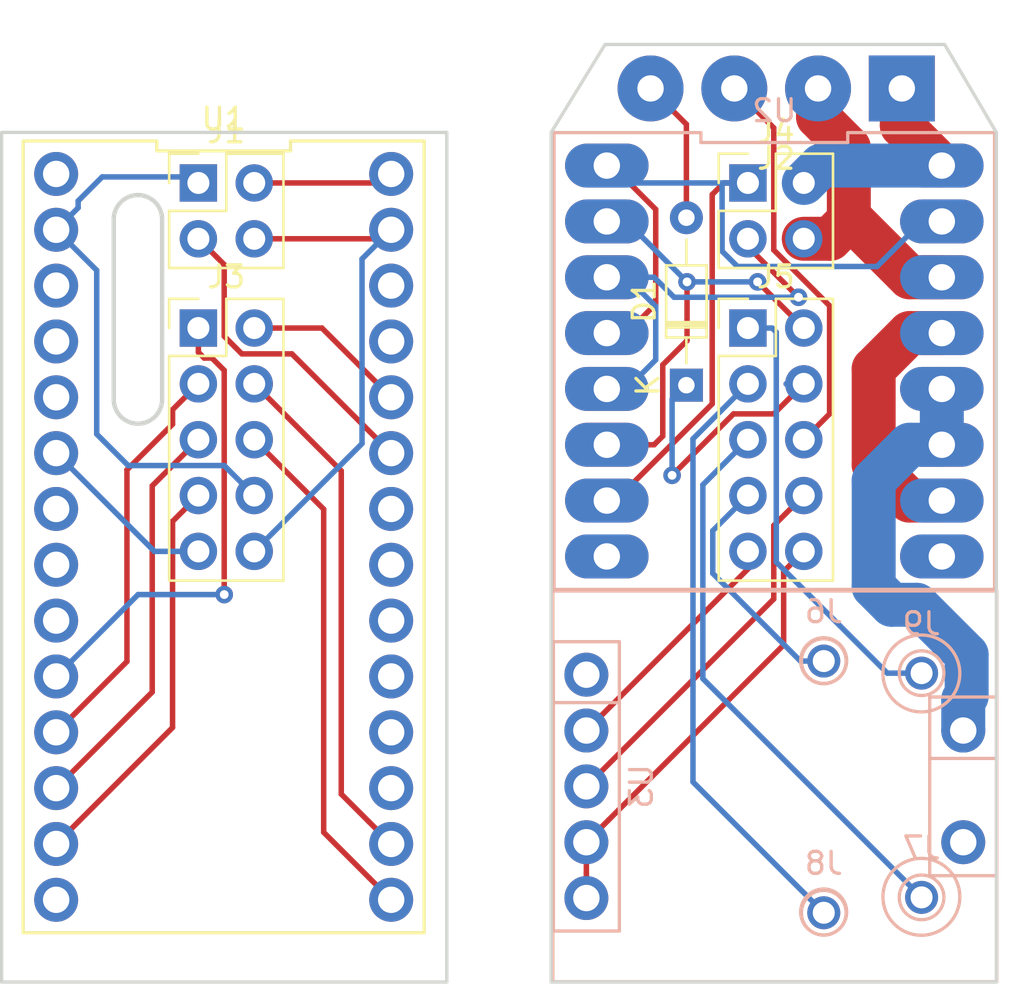
<source format=kicad_pcb>
(kicad_pcb (version 20171130) (host pcbnew 5.0.2+dfsg1-1)

  (general
    (thickness 1.6)
    (drawings 14)
    (tracks 177)
    (zones 0)
    (modules 13)
    (nets 50)
  )

  (page A4)
  (layers
    (0 F.Cu signal)
    (31 B.Cu signal)
    (32 B.Adhes user)
    (33 F.Adhes user)
    (34 B.Paste user)
    (35 F.Paste user)
    (36 B.SilkS user)
    (37 F.SilkS user)
    (38 B.Mask user)
    (39 F.Mask user)
    (40 Dwgs.User user)
    (41 Cmts.User user)
    (42 Eco1.User user)
    (43 Eco2.User user)
    (44 Edge.Cuts user)
    (45 Margin user)
    (46 B.CrtYd user)
    (47 F.CrtYd user)
    (48 B.Fab user)
    (49 F.Fab user)
  )

  (setup
    (last_trace_width 0.25)
    (trace_clearance 0.2)
    (zone_clearance 0.508)
    (zone_45_only no)
    (trace_min 0.2)
    (segment_width 0.2)
    (edge_width 0.2)
    (via_size 0.8)
    (via_drill 0.4)
    (via_min_size 0.4)
    (via_min_drill 0.3)
    (uvia_size 0.3)
    (uvia_drill 0.1)
    (uvias_allowed no)
    (uvia_min_size 0.2)
    (uvia_min_drill 0.1)
    (pcb_text_width 0.3)
    (pcb_text_size 1.5 1.5)
    (mod_edge_width 0.15)
    (mod_text_size 1 1)
    (mod_text_width 0.15)
    (pad_size 1.524 1.524)
    (pad_drill 0.762)
    (pad_to_mask_clearance 0.051)
    (solder_mask_min_width 0.25)
    (aux_axis_origin 0 0)
    (visible_elements FFFFFF7F)
    (pcbplotparams
      (layerselection 0x010f0_ffffffff)
      (usegerberextensions false)
      (usegerberattributes false)
      (usegerberadvancedattributes false)
      (creategerberjobfile false)
      (excludeedgelayer true)
      (linewidth 0.100000)
      (plotframeref false)
      (viasonmask false)
      (mode 1)
      (useauxorigin false)
      (hpglpennumber 1)
      (hpglpenspeed 20)
      (hpglpendiameter 15.000000)
      (psnegative false)
      (psa4output false)
      (plotreference true)
      (plotvalue true)
      (plotinvisibletext false)
      (padsonsilk false)
      (subtractmaskfromsilk false)
      (outputformat 1)
      (mirror false)
      (drillshape 0)
      (scaleselection 1)
      (outputdirectory ""))
  )

  (net 0 "")
  (net 1 "Net-(U3-Pad1)")
  (net 2 +3V3)
  (net 3 GND)
  (net 4 "Net-(U2-Pad5)")
  (net 5 "Net-(J3-Pad2)")
  (net 6 +BATT)
  (net 7 "Net-(U1-Pad1)")
  (net 8 "Net-(U1-Pad26)")
  (net 9 "Net-(U1-Pad3)")
  (net 10 "Net-(U1-Pad25)")
  (net 11 "Net-(U1-Pad4)")
  (net 12 "Net-(U1-Pad5)")
  (net 13 "Net-(U1-Pad22)")
  (net 14 "Net-(U1-Pad7)")
  (net 15 "Net-(U1-Pad21)")
  (net 16 "Net-(U1-Pad8)")
  (net 17 "Net-(U1-Pad20)")
  (net 18 "Net-(U1-Pad9)")
  (net 19 "Net-(U1-Pad19)")
  (net 20 "Net-(J1-Pad3)")
  (net 21 "Net-(U1-Pad18)")
  (net 22 "Net-(J1-Pad4)")
  (net 23 "Net-(U1-Pad17)")
  (net 24 "Net-(D1-Pad1)")
  (net 25 "Net-(J2-Pad3)")
  (net 26 "Net-(U1-Pad14)")
  (net 27 "Net-(J3-Pad1)")
  (net 28 "Net-(U2-Pad9)")
  (net 29 "Net-(U2-Pad8)")
  (net 30 "Net-(D1-Pad2)")
  (net 31 "Net-(U3-Pad7)")
  (net 32 "Net-(J1-Pad2)")
  (net 33 "Net-(J3-Pad3)")
  (net 34 "Net-(J3-Pad4)")
  (net 35 "Net-(J3-Pad9)")
  (net 36 "Net-(J3-Pad5)")
  (net 37 "Net-(J5-Pad1)")
  (net 38 "Net-(U2-Pad4)")
  (net 39 "Net-(J5-Pad5)")
  (net 40 "Net-(J5-Pad3)")
  (net 41 "Net-(J5-Pad2)")
  (net 42 "Net-(J4-Pad3)")
  (net 43 "Net-(J3-Pad7)")
  (net 44 "Net-(J3-Pad6)")
  (net 45 "Net-(J5-Pad9)")
  (net 46 "Net-(J5-Pad7)")
  (net 47 "Net-(J1-Pad1)")
  (net 48 +3.3VP)
  (net 49 GNDPWR)

  (net_class Default "This is the default net class."
    (clearance 0.2)
    (trace_width 0.25)
    (via_dia 0.8)
    (via_drill 0.4)
    (uvia_dia 0.3)
    (uvia_drill 0.1)
    (add_net +3.3VP)
    (add_net +3V3)
    (add_net GND)
    (add_net "Net-(D1-Pad1)")
    (add_net "Net-(D1-Pad2)")
    (add_net "Net-(J1-Pad1)")
    (add_net "Net-(J1-Pad2)")
    (add_net "Net-(J1-Pad3)")
    (add_net "Net-(J1-Pad4)")
    (add_net "Net-(J2-Pad3)")
    (add_net "Net-(J3-Pad1)")
    (add_net "Net-(J3-Pad2)")
    (add_net "Net-(J3-Pad3)")
    (add_net "Net-(J3-Pad4)")
    (add_net "Net-(J3-Pad5)")
    (add_net "Net-(J3-Pad6)")
    (add_net "Net-(J3-Pad7)")
    (add_net "Net-(J3-Pad9)")
    (add_net "Net-(J4-Pad3)")
    (add_net "Net-(J5-Pad1)")
    (add_net "Net-(J5-Pad2)")
    (add_net "Net-(J5-Pad3)")
    (add_net "Net-(J5-Pad5)")
    (add_net "Net-(J5-Pad7)")
    (add_net "Net-(J5-Pad9)")
    (add_net "Net-(U1-Pad1)")
    (add_net "Net-(U1-Pad14)")
    (add_net "Net-(U1-Pad17)")
    (add_net "Net-(U1-Pad18)")
    (add_net "Net-(U1-Pad19)")
    (add_net "Net-(U1-Pad20)")
    (add_net "Net-(U1-Pad21)")
    (add_net "Net-(U1-Pad22)")
    (add_net "Net-(U1-Pad25)")
    (add_net "Net-(U1-Pad26)")
    (add_net "Net-(U1-Pad3)")
    (add_net "Net-(U1-Pad4)")
    (add_net "Net-(U1-Pad5)")
    (add_net "Net-(U1-Pad7)")
    (add_net "Net-(U1-Pad8)")
    (add_net "Net-(U1-Pad9)")
    (add_net "Net-(U2-Pad8)")
    (add_net "Net-(U2-Pad9)")
    (add_net "Net-(U3-Pad1)")
    (add_net "Net-(U3-Pad7)")
  )

  (net_class Power ""
    (clearance 0.2)
    (trace_width 2)
    (via_dia 2)
    (via_drill 0.8)
    (uvia_dia 0.3)
    (uvia_drill 0.1)
    (add_net +BATT)
    (add_net GNDPWR)
    (add_net "Net-(U2-Pad4)")
    (add_net "Net-(U2-Pad5)")
  )

  (module Connector_PinHeader_2.54mm:PinHeader_2x02_P2.54mm_Vertical (layer F.Cu) (tedit 59FED5CC) (tstamp 5D7102A8)
    (at 32.25 24.95)
    (descr "Through hole straight pin header, 2x02, 2.54mm pitch, double rows")
    (tags "Through hole pin header THT 2x02 2.54mm double row")
    (path /5D83791E)
    (fp_text reference J1 (at 1.27 -2.33) (layer F.SilkS)
      (effects (font (size 1 1) (thickness 0.15)))
    )
    (fp_text value Conn_02x02_Odd_Even (at 1.27 4.87) (layer F.Fab)
      (effects (font (size 1 1) (thickness 0.15)))
    )
    (fp_text user %R (at 1.27 1.27 90) (layer F.Fab)
      (effects (font (size 1 1) (thickness 0.15)))
    )
    (fp_line (start 4.35 -1.8) (end -1.8 -1.8) (layer F.CrtYd) (width 0.05))
    (fp_line (start 4.35 4.35) (end 4.35 -1.8) (layer F.CrtYd) (width 0.05))
    (fp_line (start -1.8 4.35) (end 4.35 4.35) (layer F.CrtYd) (width 0.05))
    (fp_line (start -1.8 -1.8) (end -1.8 4.35) (layer F.CrtYd) (width 0.05))
    (fp_line (start -1.33 -1.33) (end 0 -1.33) (layer F.SilkS) (width 0.12))
    (fp_line (start -1.33 0) (end -1.33 -1.33) (layer F.SilkS) (width 0.12))
    (fp_line (start 1.27 -1.33) (end 3.87 -1.33) (layer F.SilkS) (width 0.12))
    (fp_line (start 1.27 1.27) (end 1.27 -1.33) (layer F.SilkS) (width 0.12))
    (fp_line (start -1.33 1.27) (end 1.27 1.27) (layer F.SilkS) (width 0.12))
    (fp_line (start 3.87 -1.33) (end 3.87 3.87) (layer F.SilkS) (width 0.12))
    (fp_line (start -1.33 1.27) (end -1.33 3.87) (layer F.SilkS) (width 0.12))
    (fp_line (start -1.33 3.87) (end 3.87 3.87) (layer F.SilkS) (width 0.12))
    (fp_line (start -1.27 0) (end 0 -1.27) (layer F.Fab) (width 0.1))
    (fp_line (start -1.27 3.81) (end -1.27 0) (layer F.Fab) (width 0.1))
    (fp_line (start 3.81 3.81) (end -1.27 3.81) (layer F.Fab) (width 0.1))
    (fp_line (start 3.81 -1.27) (end 3.81 3.81) (layer F.Fab) (width 0.1))
    (fp_line (start 0 -1.27) (end 3.81 -1.27) (layer F.Fab) (width 0.1))
    (pad 4 thru_hole oval (at 2.54 2.54) (size 1.7 1.7) (drill 1) (layers *.Cu *.Mask)
      (net 22 "Net-(J1-Pad4)"))
    (pad 3 thru_hole oval (at 0 2.54) (size 1.7 1.7) (drill 1) (layers *.Cu *.Mask)
      (net 20 "Net-(J1-Pad3)"))
    (pad 2 thru_hole oval (at 2.54 0) (size 1.7 1.7) (drill 1) (layers *.Cu *.Mask)
      (net 32 "Net-(J1-Pad2)"))
    (pad 1 thru_hole rect (at 0 0) (size 1.7 1.7) (drill 1) (layers *.Cu *.Mask)
      (net 47 "Net-(J1-Pad1)"))
    (model ${KISYS3DMOD}/Connector_PinHeader_2.54mm.3dshapes/PinHeader_2x02_P2.54mm_Vertical.wrl
      (at (xyz 0 0 0))
      (scale (xyz 1 1 1))
      (rotate (xyz 0 0 0))
    )
  )

  (module Connector_Wire:SolderWirePad_1x01_Pad1.5mm_Drill1mm (layer B.Cu) (tedit 5D6A6CA3) (tstamp 5D7485DB)
    (at 65.15 47.25)
    (path /5D815687)
    (fp_text reference J9 (at 0 -2.25) (layer B.SilkS)
      (effects (font (size 1 1) (thickness 0.15)) (justify mirror))
    )
    (fp_text value Conn_01x01 (at 0 2.25) (layer B.Fab)
      (effects (font (size 1 1) (thickness 0.15)) (justify mirror))
    )
    (fp_circle (center 0 0) (end 1.143 -0.508) (layer B.CrtYd) (width 0.15))
    (fp_circle (center 0 0) (end 1.016 0) (layer B.SilkS) (width 0.15))
    (pad 1 thru_hole circle (at 0 0) (size 1.5 1.5) (drill 1) (layers *.Cu *.Mask)
      (net 37 "Net-(J5-Pad1)"))
  )

  (module Connector_Wire:SolderWirePad_1x01_Pad1.5mm_Drill1mm (layer B.Cu) (tedit 5D6A6CA3) (tstamp 5D7485D5)
    (at 60.7 58.15)
    (path /5D81111A)
    (fp_text reference J8 (at 0 -2.25) (layer B.SilkS)
      (effects (font (size 1 1) (thickness 0.15)) (justify mirror))
    )
    (fp_text value Conn_01x01 (at 0 2.25) (layer B.Fab)
      (effects (font (size 1 1) (thickness 0.15)) (justify mirror))
    )
    (fp_circle (center 0 0) (end 1.016 0) (layer B.SilkS) (width 0.15))
    (fp_circle (center 0 0) (end 1.143 -0.508) (layer B.CrtYd) (width 0.15))
    (pad 1 thru_hole circle (at 0 0) (size 1.5 1.5) (drill 1) (layers *.Cu *.Mask)
      (net 40 "Net-(J5-Pad3)"))
  )

  (module Connector_Wire:SolderWirePad_1x01_Pad1.5mm_Drill1mm (layer B.Cu) (tedit 5D6A6CA3) (tstamp 5D7485CF)
    (at 65.15 57.45)
    (path /5D80CBAF)
    (fp_text reference J7 (at 0 -2.25) (layer B.SilkS)
      (effects (font (size 1 1) (thickness 0.15)) (justify mirror))
    )
    (fp_text value Conn_01x01 (at 0 2.25) (layer B.Fab)
      (effects (font (size 1 1) (thickness 0.15)) (justify mirror))
    )
    (fp_circle (center 0 0) (end 1.143 -0.508) (layer B.CrtYd) (width 0.15))
    (fp_circle (center 0 0) (end 1.016 0) (layer B.SilkS) (width 0.15))
    (pad 1 thru_hole circle (at 0 0) (size 1.5 1.5) (drill 1) (layers *.Cu *.Mask)
      (net 39 "Net-(J5-Pad5)"))
  )

  (module Connector_Wire:SolderWirePad_1x01_Pad1.5mm_Drill1mm (layer B.Cu) (tedit 5D6A6CA3) (tstamp 5D7485C9)
    (at 60.7 46.7)
    (path /5D80CB38)
    (fp_text reference J6 (at 0 -2.25) (layer B.SilkS)
      (effects (font (size 1 1) (thickness 0.15)) (justify mirror))
    )
    (fp_text value Conn_01x01 (at 0 2.25) (layer B.Fab)
      (effects (font (size 1 1) (thickness 0.15)) (justify mirror))
    )
    (fp_circle (center 0 0) (end 1.016 0) (layer B.SilkS) (width 0.15))
    (fp_circle (center 0 0) (end 1.143 -0.508) (layer B.CrtYd) (width 0.15))
    (pad 1 thru_hole circle (at 0 0) (size 1.5 1.5) (drill 1) (layers *.Cu *.Mask)
      (net 46 "Net-(J5-Pad7)"))
  )

  (module Package_DIP:DIP-7_600_ELL (layer B.Cu) (tedit 5D6A669C) (tstamp 5D7170AC)
    (at 49.9 52.4 270)
    (path /5D66AD20)
    (fp_text reference U3 (at 0 -2.5 270) (layer B.SilkS)
      (effects (font (size 1 1) (thickness 0.15)) (justify mirror))
    )
    (fp_text value CurrentSensor (at 0 -4.445 270) (layer B.Fab)
      (effects (font (size 1 1) (thickness 0.15)) (justify mirror))
    )
    (fp_circle (center -5.715 -10.795) (end -4.699 -11.049) (layer B.SilkS) (width 0.15))
    (fp_circle (center 5.715 -10.795) (end 6.731 -11.049) (layer B.SilkS) (width 0.15))
    (fp_circle (center -5.135764 -15.24) (end -3.429 -14.859) (layer B.SilkS) (width 0.15))
    (fp_circle (center 5.024236 -15.24) (end 6.731 -14.859) (layer B.SilkS) (width 0.15))
    (fp_line (start -9.144 -18.923) (end -9.144 1.778) (layer B.CrtYd) (width 0.15))
    (fp_line (start 9.144 -18.923) (end -9.144 -18.923) (layer B.CrtYd) (width 0.15))
    (fp_line (start 9.144 1.778) (end 9.144 -18.923) (layer B.CrtYd) (width 0.15))
    (fp_line (start -9.144 1.778) (end 9.144 1.778) (layer B.CrtYd) (width 0.15))
    (fp_line (start -8.89 -18.669) (end -8.89 1.524) (layer B.SilkS) (width 0.15))
    (fp_line (start 8.89 -18.669) (end -8.89 -18.669) (layer B.SilkS) (width 0.15))
    (fp_line (start 8.89 1.524) (end 8.89 -18.669) (layer B.SilkS) (width 0.15))
    (fp_line (start -8.89 1.524) (end 8.89 1.524) (layer B.SilkS) (width 0.15))
    (fp_line (start 4.318 -18.923) (end -4.318 -18.923) (layer B.CrtYd) (width 0.05))
    (fp_line (start -4.318 -15.367) (end 4.318 -15.367) (layer B.CrtYd) (width 0.05))
    (fp_line (start 4.318 -15.367) (end 4.318 -18.923) (layer B.CrtYd) (width 0.05))
    (fp_line (start 4.064 -18.669) (end -4.064 -18.669) (layer B.SilkS) (width 0.15))
    (fp_line (start 4.064 -15.645) (end 4.064 -18.645) (layer B.SilkS) (width 0.15))
    (fp_line (start -4.064 -15.621) (end 4.064 -15.621) (layer B.SilkS) (width 0.15))
    (fp_line (start -1.27 -15.621) (end -1.27 -18.669) (layer B.SilkS) (width 0.15))
    (fp_line (start -4.064 -18.669) (end -4.064 -15.621) (layer B.SilkS) (width 0.15))
    (fp_line (start -4.318 -18.923) (end -4.318 -15.367) (layer B.CrtYd) (width 0.05))
    (fp_line (start -6.75 -1.65) (end -6.75 1.65) (layer B.CrtYd) (width 0.05))
    (fp_line (start 6.75 -1.65) (end -6.75 -1.65) (layer B.CrtYd) (width 0.05))
    (fp_line (start 6.75 1.65) (end 6.75 -1.65) (layer B.CrtYd) (width 0.05))
    (fp_line (start -6.75 1.65) (end 6.75 1.65) (layer B.CrtYd) (width 0.05))
    (fp_line (start -3.81 1.5) (end -3.81 -1.5) (layer B.SilkS) (width 0.15))
    (fp_line (start -6.58 -1.5) (end -6.58 1.5) (layer B.SilkS) (width 0.15))
    (fp_line (start 6.58 -1.5) (end -6.58 -1.5) (layer B.SilkS) (width 0.15))
    (fp_line (start 6.58 1.5) (end 6.58 -1.5) (layer B.SilkS) (width 0.15))
    (fp_line (start -6.58 1.5) (end 6.58 1.5) (layer B.SilkS) (width 0.15))
    (pad 7 thru_hole circle (at 2.54 -17.145 270) (size 2 2) (drill 1.2) (layers *.Cu *.Mask)
      (net 31 "Net-(U3-Pad7)"))
    (pad 6 thru_hole circle (at -2.54 -17.145 270) (size 2 2) (drill 1.2) (layers *.Cu *.Mask)
      (net 4 "Net-(U2-Pad5)"))
    (pad 5 thru_hole circle (at 5.08 0 270) (size 2 2) (drill 1.2) (layers *.Cu *.Mask)
      (net 3 GND))
    (pad 4 thru_hole circle (at 2.54 0 270) (size 2 2) (drill 1.2) (layers *.Cu *.Mask)
      (net 3 GND))
    (pad 3 thru_hole circle (at 0 0 270) (size 2 2) (drill 1.2) (layers *.Cu *.Mask)
      (net 2 +3V3))
    (pad 2 thru_hole circle (at -2.54 0 270) (size 2 2) (drill 1.2) (layers *.Cu *.Mask)
      (net 45 "Net-(J5-Pad9)"))
    (pad 1 thru_hole circle (at -5.08 0 270) (size 2 2) (drill 1.2) (layers *.Cu *.Mask)
      (net 1 "Net-(U3-Pad1)"))
  )

  (module Connector_PinHeader_2.54mm:PinHeader_2x02_P2.54mm_Vertical (layer F.Cu) (tedit 59FED5CC) (tstamp 5D748A68)
    (at 57.25 24.95)
    (descr "Through hole straight pin header, 2x02, 2.54mm pitch, double rows")
    (tags "Through hole pin header THT 2x02 2.54mm double row")
    (path /5D84BF83)
    (fp_text reference J4 (at 1.27 -2.33) (layer F.SilkS)
      (effects (font (size 1 1) (thickness 0.15)))
    )
    (fp_text value Conn_02x02_Odd_Even (at 1.27 4.87) (layer F.Fab)
      (effects (font (size 1 1) (thickness 0.15)))
    )
    (fp_text user %R (at 1.27 1.27 90) (layer F.Fab)
      (effects (font (size 1 1) (thickness 0.15)))
    )
    (fp_line (start 4.35 -1.8) (end -1.8 -1.8) (layer F.CrtYd) (width 0.05))
    (fp_line (start 4.35 4.35) (end 4.35 -1.8) (layer F.CrtYd) (width 0.05))
    (fp_line (start -1.8 4.35) (end 4.35 4.35) (layer F.CrtYd) (width 0.05))
    (fp_line (start -1.8 -1.8) (end -1.8 4.35) (layer F.CrtYd) (width 0.05))
    (fp_line (start -1.33 -1.33) (end 0 -1.33) (layer F.SilkS) (width 0.12))
    (fp_line (start -1.33 0) (end -1.33 -1.33) (layer F.SilkS) (width 0.12))
    (fp_line (start 1.27 -1.33) (end 3.87 -1.33) (layer F.SilkS) (width 0.12))
    (fp_line (start 1.27 1.27) (end 1.27 -1.33) (layer F.SilkS) (width 0.12))
    (fp_line (start -1.33 1.27) (end 1.27 1.27) (layer F.SilkS) (width 0.12))
    (fp_line (start 3.87 -1.33) (end 3.87 3.87) (layer F.SilkS) (width 0.12))
    (fp_line (start -1.33 1.27) (end -1.33 3.87) (layer F.SilkS) (width 0.12))
    (fp_line (start -1.33 3.87) (end 3.87 3.87) (layer F.SilkS) (width 0.12))
    (fp_line (start -1.27 0) (end 0 -1.27) (layer F.Fab) (width 0.1))
    (fp_line (start -1.27 3.81) (end -1.27 0) (layer F.Fab) (width 0.1))
    (fp_line (start 3.81 3.81) (end -1.27 3.81) (layer F.Fab) (width 0.1))
    (fp_line (start 3.81 -1.27) (end 3.81 3.81) (layer F.Fab) (width 0.1))
    (fp_line (start 0 -1.27) (end 3.81 -1.27) (layer F.Fab) (width 0.1))
    (pad 4 thru_hole oval (at 2.54 2.54) (size 1.7 1.7) (drill 1) (layers *.Cu *.Mask)
      (net 49 GNDPWR))
    (pad 3 thru_hole oval (at 0 2.54) (size 1.7 1.7) (drill 1) (layers *.Cu *.Mask)
      (net 42 "Net-(J4-Pad3)"))
    (pad 2 thru_hole oval (at 2.54 0) (size 1.7 1.7) (drill 1) (layers *.Cu *.Mask)
      (net 6 +BATT))
    (pad 1 thru_hole rect (at 0 0) (size 1.7 1.7) (drill 1) (layers *.Cu *.Mask)
      (net 48 +3.3VP))
    (model ${KISYS3DMOD}/Connector_PinHeader_2.54mm.3dshapes/PinHeader_2x02_P2.54mm_Vertical.wrl
      (at (xyz 0 0 0))
      (scale (xyz 1 1 1))
      (rotate (xyz 0 0 0))
    )
  )

  (module Connector_PinHeader_2.54mm:PinHeader_2x05_P2.54mm_Vertical (layer F.Cu) (tedit 59FED5CC) (tstamp 5D7102A7)
    (at 57.25 31.55)
    (descr "Through hole straight pin header, 2x05, 2.54mm pitch, double rows")
    (tags "Through hole pin header THT 2x05 2.54mm double row")
    (path /5D851177)
    (fp_text reference J5 (at 1.27 -2.33) (layer F.SilkS)
      (effects (font (size 1 1) (thickness 0.15)))
    )
    (fp_text value Conn_02x05_Odd_Even (at 1.27 12.49) (layer F.Fab)
      (effects (font (size 1 1) (thickness 0.15)))
    )
    (fp_text user %R (at 1.27 5.08 90) (layer F.Fab)
      (effects (font (size 1 1) (thickness 0.15)))
    )
    (fp_line (start 4.35 -1.8) (end -1.8 -1.8) (layer F.CrtYd) (width 0.05))
    (fp_line (start 4.35 11.95) (end 4.35 -1.8) (layer F.CrtYd) (width 0.05))
    (fp_line (start -1.8 11.95) (end 4.35 11.95) (layer F.CrtYd) (width 0.05))
    (fp_line (start -1.8 -1.8) (end -1.8 11.95) (layer F.CrtYd) (width 0.05))
    (fp_line (start -1.33 -1.33) (end 0 -1.33) (layer F.SilkS) (width 0.12))
    (fp_line (start -1.33 0) (end -1.33 -1.33) (layer F.SilkS) (width 0.12))
    (fp_line (start 1.27 -1.33) (end 3.87 -1.33) (layer F.SilkS) (width 0.12))
    (fp_line (start 1.27 1.27) (end 1.27 -1.33) (layer F.SilkS) (width 0.12))
    (fp_line (start -1.33 1.27) (end 1.27 1.27) (layer F.SilkS) (width 0.12))
    (fp_line (start 3.87 -1.33) (end 3.87 11.49) (layer F.SilkS) (width 0.12))
    (fp_line (start -1.33 1.27) (end -1.33 11.49) (layer F.SilkS) (width 0.12))
    (fp_line (start -1.33 11.49) (end 3.87 11.49) (layer F.SilkS) (width 0.12))
    (fp_line (start -1.27 0) (end 0 -1.27) (layer F.Fab) (width 0.1))
    (fp_line (start -1.27 11.43) (end -1.27 0) (layer F.Fab) (width 0.1))
    (fp_line (start 3.81 11.43) (end -1.27 11.43) (layer F.Fab) (width 0.1))
    (fp_line (start 3.81 -1.27) (end 3.81 11.43) (layer F.Fab) (width 0.1))
    (fp_line (start 0 -1.27) (end 3.81 -1.27) (layer F.Fab) (width 0.1))
    (pad 10 thru_hole oval (at 2.54 10.16) (size 1.7 1.7) (drill 1) (layers *.Cu *.Mask)
      (net 3 GND))
    (pad 9 thru_hole oval (at 0 10.16) (size 1.7 1.7) (drill 1) (layers *.Cu *.Mask)
      (net 45 "Net-(J5-Pad9)"))
    (pad 8 thru_hole oval (at 2.54 7.62) (size 1.7 1.7) (drill 1) (layers *.Cu *.Mask)
      (net 2 +3V3))
    (pad 7 thru_hole oval (at 0 7.62) (size 1.7 1.7) (drill 1) (layers *.Cu *.Mask)
      (net 46 "Net-(J5-Pad7)"))
    (pad 6 thru_hole oval (at 2.54 5.08) (size 1.7 1.7) (drill 1) (layers *.Cu *.Mask)
      (net 25 "Net-(J2-Pad3)"))
    (pad 5 thru_hole oval (at 0 5.08) (size 1.7 1.7) (drill 1) (layers *.Cu *.Mask)
      (net 39 "Net-(J5-Pad5)"))
    (pad 4 thru_hole oval (at 2.54 2.54) (size 1.7 1.7) (drill 1) (layers *.Cu *.Mask)
      (net 24 "Net-(D1-Pad1)"))
    (pad 3 thru_hole oval (at 0 2.54) (size 1.7 1.7) (drill 1) (layers *.Cu *.Mask)
      (net 40 "Net-(J5-Pad3)"))
    (pad 2 thru_hole oval (at 2.54 0) (size 1.7 1.7) (drill 1) (layers *.Cu *.Mask)
      (net 41 "Net-(J5-Pad2)"))
    (pad 1 thru_hole rect (at 0 0) (size 1.7 1.7) (drill 1) (layers *.Cu *.Mask)
      (net 37 "Net-(J5-Pad1)"))
    (model ${KISYS3DMOD}/Connector_PinHeader_2.54mm.3dshapes/PinHeader_2x05_P2.54mm_Vertical.wrl
      (at (xyz 0 0 0))
      (scale (xyz 1 1 1))
      (rotate (xyz 0 0 0))
    )
  )

  (module Connector_PinHeader_2.54mm:PinHeader_2x05_P2.54mm_Vertical (layer F.Cu) (tedit 59FED5CC) (tstamp 5D710269)
    (at 32.25 31.55)
    (descr "Through hole straight pin header, 2x05, 2.54mm pitch, double rows")
    (tags "Through hole pin header THT 2x05 2.54mm double row")
    (path /5D837975)
    (fp_text reference J3 (at 1.27 -2.33) (layer F.SilkS)
      (effects (font (size 1 1) (thickness 0.15)))
    )
    (fp_text value Conn_02x05_Odd_Even (at 1.27 12.49) (layer F.Fab)
      (effects (font (size 1 1) (thickness 0.15)))
    )
    (fp_text user %R (at 1.27 5.08 90) (layer F.Fab)
      (effects (font (size 1 1) (thickness 0.15)))
    )
    (fp_line (start 4.35 -1.8) (end -1.8 -1.8) (layer F.CrtYd) (width 0.05))
    (fp_line (start 4.35 11.95) (end 4.35 -1.8) (layer F.CrtYd) (width 0.05))
    (fp_line (start -1.8 11.95) (end 4.35 11.95) (layer F.CrtYd) (width 0.05))
    (fp_line (start -1.8 -1.8) (end -1.8 11.95) (layer F.CrtYd) (width 0.05))
    (fp_line (start -1.33 -1.33) (end 0 -1.33) (layer F.SilkS) (width 0.12))
    (fp_line (start -1.33 0) (end -1.33 -1.33) (layer F.SilkS) (width 0.12))
    (fp_line (start 1.27 -1.33) (end 3.87 -1.33) (layer F.SilkS) (width 0.12))
    (fp_line (start 1.27 1.27) (end 1.27 -1.33) (layer F.SilkS) (width 0.12))
    (fp_line (start -1.33 1.27) (end 1.27 1.27) (layer F.SilkS) (width 0.12))
    (fp_line (start 3.87 -1.33) (end 3.87 11.49) (layer F.SilkS) (width 0.12))
    (fp_line (start -1.33 1.27) (end -1.33 11.49) (layer F.SilkS) (width 0.12))
    (fp_line (start -1.33 11.49) (end 3.87 11.49) (layer F.SilkS) (width 0.12))
    (fp_line (start -1.27 0) (end 0 -1.27) (layer F.Fab) (width 0.1))
    (fp_line (start -1.27 11.43) (end -1.27 0) (layer F.Fab) (width 0.1))
    (fp_line (start 3.81 11.43) (end -1.27 11.43) (layer F.Fab) (width 0.1))
    (fp_line (start 3.81 -1.27) (end 3.81 11.43) (layer F.Fab) (width 0.1))
    (fp_line (start 0 -1.27) (end 3.81 -1.27) (layer F.Fab) (width 0.1))
    (pad 10 thru_hole oval (at 2.54 10.16) (size 1.7 1.7) (drill 1) (layers *.Cu *.Mask)
      (net 22 "Net-(J1-Pad4)"))
    (pad 9 thru_hole oval (at 0 10.16) (size 1.7 1.7) (drill 1) (layers *.Cu *.Mask)
      (net 35 "Net-(J3-Pad9)"))
    (pad 8 thru_hole oval (at 2.54 7.62) (size 1.7 1.7) (drill 1) (layers *.Cu *.Mask)
      (net 47 "Net-(J1-Pad1)"))
    (pad 7 thru_hole oval (at 0 7.62) (size 1.7 1.7) (drill 1) (layers *.Cu *.Mask)
      (net 43 "Net-(J3-Pad7)"))
    (pad 6 thru_hole oval (at 2.54 5.08) (size 1.7 1.7) (drill 1) (layers *.Cu *.Mask)
      (net 44 "Net-(J3-Pad6)"))
    (pad 5 thru_hole oval (at 0 5.08) (size 1.7 1.7) (drill 1) (layers *.Cu *.Mask)
      (net 36 "Net-(J3-Pad5)"))
    (pad 4 thru_hole oval (at 2.54 2.54) (size 1.7 1.7) (drill 1) (layers *.Cu *.Mask)
      (net 34 "Net-(J3-Pad4)"))
    (pad 3 thru_hole oval (at 0 2.54) (size 1.7 1.7) (drill 1) (layers *.Cu *.Mask)
      (net 33 "Net-(J3-Pad3)"))
    (pad 2 thru_hole oval (at 2.54 0) (size 1.7 1.7) (drill 1) (layers *.Cu *.Mask)
      (net 5 "Net-(J3-Pad2)"))
    (pad 1 thru_hole rect (at 0 0) (size 1.7 1.7) (drill 1) (layers *.Cu *.Mask)
      (net 27 "Net-(J3-Pad1)"))
    (model ${KISYS3DMOD}/Connector_PinHeader_2.54mm.3dshapes/PinHeader_2x05_P2.54mm_Vertical.wrl
      (at (xyz 0 0 0))
      (scale (xyz 1 1 1))
      (rotate (xyz 0 0 0))
    )
  )

  (module Diode_THT:D_DO-34_SOD68_P7.62mm_Horizontal (layer F.Cu) (tedit 5AE50CD5) (tstamp 5D71020B)
    (at 54.45 34.15 90)
    (descr "Diode, DO-34_SOD68 series, Axial, Horizontal, pin pitch=7.62mm, , length*diameter=3.04*1.6mm^2, , https://www.nxp.com/docs/en/data-sheet/KTY83_SER.pdf")
    (tags "Diode DO-34_SOD68 series Axial Horizontal pin pitch 7.62mm  length 3.04mm diameter 1.6mm")
    (path /5D66F4E1)
    (fp_text reference D1 (at 3.81 -1.92 90) (layer F.SilkS)
      (effects (font (size 1 1) (thickness 0.15)))
    )
    (fp_text value 1N4001 (at 3.81 1.92 90) (layer F.Fab)
      (effects (font (size 1 1) (thickness 0.15)))
    )
    (fp_text user K (at 0 -1.75 90) (layer F.SilkS)
      (effects (font (size 1 1) (thickness 0.15)))
    )
    (fp_text user K (at 0 -1.75 90) (layer F.Fab)
      (effects (font (size 1 1) (thickness 0.15)))
    )
    (fp_text user %R (at 4.038 0 90) (layer F.Fab)
      (effects (font (size 0.608 0.608) (thickness 0.0912)))
    )
    (fp_line (start 8.63 -1.05) (end -1 -1.05) (layer F.CrtYd) (width 0.05))
    (fp_line (start 8.63 1.05) (end 8.63 -1.05) (layer F.CrtYd) (width 0.05))
    (fp_line (start -1 1.05) (end 8.63 1.05) (layer F.CrtYd) (width 0.05))
    (fp_line (start -1 -1.05) (end -1 1.05) (layer F.CrtYd) (width 0.05))
    (fp_line (start 2.626 -0.92) (end 2.626 0.92) (layer F.SilkS) (width 0.12))
    (fp_line (start 2.866 -0.92) (end 2.866 0.92) (layer F.SilkS) (width 0.12))
    (fp_line (start 2.746 -0.92) (end 2.746 0.92) (layer F.SilkS) (width 0.12))
    (fp_line (start 6.63 0) (end 5.45 0) (layer F.SilkS) (width 0.12))
    (fp_line (start 0.99 0) (end 2.17 0) (layer F.SilkS) (width 0.12))
    (fp_line (start 5.45 -0.92) (end 2.17 -0.92) (layer F.SilkS) (width 0.12))
    (fp_line (start 5.45 0.92) (end 5.45 -0.92) (layer F.SilkS) (width 0.12))
    (fp_line (start 2.17 0.92) (end 5.45 0.92) (layer F.SilkS) (width 0.12))
    (fp_line (start 2.17 -0.92) (end 2.17 0.92) (layer F.SilkS) (width 0.12))
    (fp_line (start 2.646 -0.8) (end 2.646 0.8) (layer F.Fab) (width 0.1))
    (fp_line (start 2.846 -0.8) (end 2.846 0.8) (layer F.Fab) (width 0.1))
    (fp_line (start 2.746 -0.8) (end 2.746 0.8) (layer F.Fab) (width 0.1))
    (fp_line (start 7.62 0) (end 5.33 0) (layer F.Fab) (width 0.1))
    (fp_line (start 0 0) (end 2.29 0) (layer F.Fab) (width 0.1))
    (fp_line (start 5.33 -0.8) (end 2.29 -0.8) (layer F.Fab) (width 0.1))
    (fp_line (start 5.33 0.8) (end 5.33 -0.8) (layer F.Fab) (width 0.1))
    (fp_line (start 2.29 0.8) (end 5.33 0.8) (layer F.Fab) (width 0.1))
    (fp_line (start 2.29 -0.8) (end 2.29 0.8) (layer F.Fab) (width 0.1))
    (pad 2 thru_hole oval (at 7.62 0 90) (size 1.5 1.5) (drill 0.75) (layers *.Cu *.Mask)
      (net 30 "Net-(D1-Pad2)"))
    (pad 1 thru_hole rect (at 0 0 90) (size 1.5 1.5) (drill 0.75) (layers *.Cu *.Mask)
      (net 24 "Net-(D1-Pad1)"))
    (model ${KISYS3DMOD}/Diode_THT.3dshapes/D_DO-34_SOD68_P7.62mm_Horizontal.wrl
      (at (xyz 0 0 0))
      (scale (xyz 1 1 1))
      (rotate (xyz 0 0 0))
    )
  )

  (module Connector_Wire:SolderWirePad_1x04_P3.81mm_Drill1.2mm (layer F.Cu) (tedit 5AEE5FD1) (tstamp 5D6F70C0)
    (at 64.25 20.65 180)
    (descr "Wire solder connection")
    (tags connector)
    (path /5D6AAD2A)
    (attr virtual)
    (fp_text reference J2 (at 5.715 -3.175 180) (layer F.SilkS)
      (effects (font (size 1 1) (thickness 0.15)))
    )
    (fp_text value Conn_01x04 (at 5.715 3.175 180) (layer F.Fab)
      (effects (font (size 1 1) (thickness 0.15)))
    )
    (fp_line (start 13.43 2) (end -1.99 2) (layer F.CrtYd) (width 0.05))
    (fp_line (start 13.43 2) (end 13.43 -2) (layer F.CrtYd) (width 0.05))
    (fp_line (start -1.99 -2) (end -1.99 2) (layer F.CrtYd) (width 0.05))
    (fp_line (start -1.99 -2) (end 13.43 -2) (layer F.CrtYd) (width 0.05))
    (fp_text user %R (at 5.715 0 180) (layer F.Fab)
      (effects (font (size 1 1) (thickness 0.15)))
    )
    (pad 4 thru_hole circle (at 11.43 0 180) (size 2.99974 2.99974) (drill 1.19888) (layers *.Cu *.Mask)
      (net 30 "Net-(D1-Pad2)"))
    (pad 3 thru_hole circle (at 7.62 0 180) (size 2.99974 2.99974) (drill 1.19888) (layers *.Cu *.Mask)
      (net 25 "Net-(J2-Pad3)"))
    (pad 2 thru_hole circle (at 3.81 0 180) (size 2.99974 2.99974) (drill 1.19888) (layers *.Cu *.Mask)
      (net 49 GNDPWR))
    (pad 1 thru_hole rect (at 0 0 180) (size 2.99974 2.99974) (drill 1.19888) (layers *.Cu *.Mask)
      (net 6 +BATT))
  )

  (module Package_DIP:DIP-16_600_ELL (layer B.Cu) (tedit 0) (tstamp 5D6F7094)
    (at 58.45 33.05 270)
    (path /5D66A310)
    (fp_text reference U2 (at -11.39 0 180) (layer B.SilkS)
      (effects (font (size 1 1) (thickness 0.15)) (justify mirror))
    )
    (fp_text value TB6612FNG (at 0 0 270) (layer B.Fab)
      (effects (font (size 1 1) (thickness 0.15)) (justify mirror))
    )
    (fp_line (start -10.55 -10.15) (end -10.55 10.15) (layer B.CrtYd) (width 0.05))
    (fp_line (start 10.55 -10.15) (end -10.55 -10.15) (layer B.CrtYd) (width 0.05))
    (fp_line (start 10.55 10.15) (end 10.55 -10.15) (layer B.CrtYd) (width 0.05))
    (fp_line (start -10.55 10.15) (end 10.55 10.15) (layer B.CrtYd) (width 0.05))
    (fp_line (start -10.39 -3.339999) (end -10.39 -10.02) (layer B.SilkS) (width 0.15))
    (fp_line (start -9.94 -3.339999) (end -10.39 -3.339999) (layer B.SilkS) (width 0.15))
    (fp_line (start -9.94 3.34) (end -9.94 -3.339999) (layer B.SilkS) (width 0.15))
    (fp_line (start -10.39 3.34) (end -9.94 3.34) (layer B.SilkS) (width 0.15))
    (fp_line (start -10.39 10.02) (end -10.39 3.34) (layer B.SilkS) (width 0.15))
    (fp_line (start 10.39 10.02) (end -10.39 10.02) (layer B.SilkS) (width 0.15))
    (fp_line (start 10.39 -10.02) (end 10.39 10.02) (layer B.SilkS) (width 0.15))
    (fp_line (start -10.39 -10.02) (end 10.39 -10.02) (layer B.SilkS) (width 0.15))
    (pad 8 thru_hole oval (at 8.89 -7.62 270) (size 2 3.8) (drill 1.2) (layers *.Cu *.Mask)
      (net 29 "Net-(U2-Pad8)"))
    (pad 9 thru_hole oval (at 8.89 7.62 270) (size 2 3.8) (drill 1.2) (layers *.Cu *.Mask)
      (net 28 "Net-(U2-Pad9)"))
    (pad 7 thru_hole oval (at 6.35 -7.62 270) (size 2 3.8) (drill 1.2) (layers *.Cu *.Mask)
      (net 38 "Net-(U2-Pad4)"))
    (pad 10 thru_hole oval (at 6.35 7.62 270) (size 2 3.8) (drill 1.2) (layers *.Cu *.Mask)
      (net 48 +3.3VP))
    (pad 6 thru_hole oval (at 3.81 -7.62 270) (size 2 3.8) (drill 1.2) (layers *.Cu *.Mask)
      (net 4 "Net-(U2-Pad5)"))
    (pad 11 thru_hole oval (at 3.81 7.62 270) (size 2 3.8) (drill 1.2) (layers *.Cu *.Mask)
      (net 41 "Net-(J5-Pad2)"))
    (pad 5 thru_hole oval (at 1.27 -7.62 270) (size 2 3.8) (drill 1.2) (layers *.Cu *.Mask)
      (net 4 "Net-(U2-Pad5)"))
    (pad 12 thru_hole oval (at 1.27 7.62 270) (size 2 3.8) (drill 1.2) (layers *.Cu *.Mask)
      (net 42 "Net-(J4-Pad3)"))
    (pad 4 thru_hole oval (at -1.27 -7.62 270) (size 2 3.8) (drill 1.2) (layers *.Cu *.Mask)
      (net 38 "Net-(U2-Pad4)"))
    (pad 13 thru_hole oval (at -1.27 7.62 270) (size 2 3.8) (drill 1.2) (layers *.Cu *.Mask)
      (net 48 +3.3VP))
    (pad 3 thru_hole oval (at -3.81 -7.62 270) (size 2 3.8) (drill 1.2) (layers *.Cu *.Mask)
      (net 49 GNDPWR))
    (pad 14 thru_hole oval (at -3.81 7.62 270) (size 2 3.8) (drill 1.2) (layers *.Cu *.Mask)
      (net 42 "Net-(J4-Pad3)"))
    (pad 2 thru_hole oval (at -6.35 -7.62 270) (size 2 3.8) (drill 1.2) (layers *.Cu *.Mask)
      (net 48 +3.3VP))
    (pad 15 thru_hole oval (at -6.35 7.62 270) (size 2 3.8) (drill 1.2) (layers *.Cu *.Mask)
      (net 41 "Net-(J5-Pad2)"))
    (pad 1 thru_hole oval (at -8.89 -7.62 270) (size 2 3.8) (drill 1.2) (layers *.Cu *.Mask)
      (net 6 +BATT))
    (pad 16 thru_hole oval (at -8.89 7.62 270) (size 2 3.8) (drill 1.2) (layers *.Cu *.Mask)
      (net 48 +3.3VP))
  )

  (module Package_DIP:DIP-28_600 (layer F.Cu) (tedit 0) (tstamp 5D6F7074)
    (at 33.4 41.05 270)
    (path /5D6691BB)
    (fp_text reference U1 (at -19.01 0) (layer F.SilkS)
      (effects (font (size 1 1) (thickness 0.15)))
    )
    (fp_text value Itsybitsy (at 0 0 270) (layer F.Fab)
      (effects (font (size 1 1) (thickness 0.15)))
    )
    (fp_line (start -18.01 9.119999) (end 18.01 9.12) (layer F.SilkS) (width 0.15))
    (fp_line (start 18.01 9.12) (end 18.01 -9.119999) (layer F.SilkS) (width 0.15))
    (fp_line (start 18.01 -9.119999) (end -18.01 -9.12) (layer F.SilkS) (width 0.15))
    (fp_line (start -18.01 -9.12) (end -18.01 -3.04) (layer F.SilkS) (width 0.15))
    (fp_line (start -18.01 -3.04) (end -17.56 -3.04) (layer F.SilkS) (width 0.15))
    (fp_line (start -17.56 -3.04) (end -17.56 3.039999) (layer F.SilkS) (width 0.15))
    (fp_line (start -17.56 3.039999) (end -18.01 3.039999) (layer F.SilkS) (width 0.15))
    (fp_line (start -18.01 3.039999) (end -18.01 9.119999) (layer F.SilkS) (width 0.15))
    (fp_line (start -18.15 -9.25) (end 18.15 -9.25) (layer F.CrtYd) (width 0.05))
    (fp_line (start 18.15 -9.25) (end 18.15 9.25) (layer F.CrtYd) (width 0.05))
    (fp_line (start 18.15 9.25) (end -18.15 9.25) (layer F.CrtYd) (width 0.05))
    (fp_line (start -18.15 9.25) (end -18.15 -9.25) (layer F.CrtYd) (width 0.05))
    (pad 28 thru_hole circle (at -16.51 -7.62 270) (size 2 2) (drill 1.2) (layers *.Cu *.Mask)
      (net 32 "Net-(J1-Pad2)"))
    (pad 1 thru_hole circle (at -16.51 7.62 270) (size 2 2) (drill 1.2) (layers *.Cu *.Mask)
      (net 7 "Net-(U1-Pad1)"))
    (pad 27 thru_hole circle (at -13.97 -7.62 270) (size 2 2) (drill 1.2) (layers *.Cu *.Mask)
      (net 22 "Net-(J1-Pad4)"))
    (pad 2 thru_hole circle (at -13.97 7.62 270) (size 2 2) (drill 1.2) (layers *.Cu *.Mask)
      (net 47 "Net-(J1-Pad1)"))
    (pad 26 thru_hole circle (at -11.43 -7.62 270) (size 2 2) (drill 1.2) (layers *.Cu *.Mask)
      (net 8 "Net-(U1-Pad26)"))
    (pad 3 thru_hole circle (at -11.43 7.62 270) (size 2 2) (drill 1.2) (layers *.Cu *.Mask)
      (net 9 "Net-(U1-Pad3)"))
    (pad 25 thru_hole circle (at -8.89 -7.62 270) (size 2 2) (drill 1.2) (layers *.Cu *.Mask)
      (net 10 "Net-(U1-Pad25)"))
    (pad 4 thru_hole circle (at -8.89 7.62 270) (size 2 2) (drill 1.2) (layers *.Cu *.Mask)
      (net 11 "Net-(U1-Pad4)"))
    (pad 24 thru_hole circle (at -6.35 -7.62 270) (size 2 2) (drill 1.2) (layers *.Cu *.Mask)
      (net 5 "Net-(J3-Pad2)"))
    (pad 5 thru_hole circle (at -6.35 7.62 270) (size 2 2) (drill 1.2) (layers *.Cu *.Mask)
      (net 12 "Net-(U1-Pad5)"))
    (pad 23 thru_hole circle (at -3.81 -7.62 270) (size 2 2) (drill 1.2) (layers *.Cu *.Mask)
      (net 20 "Net-(J1-Pad3)"))
    (pad 6 thru_hole circle (at -3.81 7.62 270) (size 2 2) (drill 1.2) (layers *.Cu *.Mask)
      (net 35 "Net-(J3-Pad9)"))
    (pad 22 thru_hole circle (at -1.27 -7.62 270) (size 2 2) (drill 1.2) (layers *.Cu *.Mask)
      (net 13 "Net-(U1-Pad22)"))
    (pad 7 thru_hole circle (at -1.27 7.62 270) (size 2 2) (drill 1.2) (layers *.Cu *.Mask)
      (net 14 "Net-(U1-Pad7)"))
    (pad 21 thru_hole circle (at 1.27 -7.62 270) (size 2 2) (drill 1.2) (layers *.Cu *.Mask)
      (net 15 "Net-(U1-Pad21)"))
    (pad 8 thru_hole circle (at 1.27 7.62 270) (size 2 2) (drill 1.2) (layers *.Cu *.Mask)
      (net 16 "Net-(U1-Pad8)"))
    (pad 20 thru_hole circle (at 3.81 -7.62 270) (size 2 2) (drill 1.2) (layers *.Cu *.Mask)
      (net 17 "Net-(U1-Pad20)"))
    (pad 9 thru_hole circle (at 3.81 7.62 270) (size 2 2) (drill 1.2) (layers *.Cu *.Mask)
      (net 18 "Net-(U1-Pad9)"))
    (pad 19 thru_hole circle (at 6.35 -7.62 270) (size 2 2) (drill 1.2) (layers *.Cu *.Mask)
      (net 19 "Net-(U1-Pad19)"))
    (pad 10 thru_hole circle (at 6.35 7.62 270) (size 2 2) (drill 1.2) (layers *.Cu *.Mask)
      (net 27 "Net-(J3-Pad1)"))
    (pad 18 thru_hole circle (at 8.89 -7.62 270) (size 2 2) (drill 1.2) (layers *.Cu *.Mask)
      (net 21 "Net-(U1-Pad18)"))
    (pad 11 thru_hole circle (at 8.89 7.62 270) (size 2 2) (drill 1.2) (layers *.Cu *.Mask)
      (net 33 "Net-(J3-Pad3)"))
    (pad 17 thru_hole circle (at 11.43 -7.62 270) (size 2 2) (drill 1.2) (layers *.Cu *.Mask)
      (net 23 "Net-(U1-Pad17)"))
    (pad 12 thru_hole circle (at 11.43 7.62 270) (size 2 2) (drill 1.2) (layers *.Cu *.Mask)
      (net 36 "Net-(J3-Pad5)"))
    (pad 16 thru_hole circle (at 13.97 -7.62 270) (size 2 2) (drill 1.2) (layers *.Cu *.Mask)
      (net 34 "Net-(J3-Pad4)"))
    (pad 13 thru_hole circle (at 13.97 7.62 270) (size 2 2) (drill 1.2) (layers *.Cu *.Mask)
      (net 43 "Net-(J3-Pad7)"))
    (pad 15 thru_hole circle (at 16.51 -7.62 270) (size 2 2) (drill 1.2) (layers *.Cu *.Mask)
      (net 44 "Net-(J3-Pad6)"))
    (pad 14 thru_hole circle (at 16.51 7.62 270) (size 2 2) (drill 1.2) (layers *.Cu *.Mask)
      (net 26 "Net-(U1-Pad14)"))
  )

  (gr_arc (start 29.5 34.8) (end 28.4 34.8) (angle -180) (layer Edge.Cuts) (width 0.2) (tstamp 5D74991A))
  (gr_arc (start 29.5 26.6) (end 30.6 26.6) (angle -180) (layer Edge.Cuts) (width 0.2))
  (gr_line (start 28.4 34.75) (end 28.4 26.65) (layer Edge.Cuts) (width 0.2))
  (gr_line (start 30.6 26.65) (end 30.6 34.75) (layer Edge.Cuts) (width 0.2))
  (gr_line (start 43.55 22.65) (end 23.3 22.65) (layer Edge.Cuts) (width 0.15))
  (gr_line (start 48.3 22.65) (end 48.3 61.3) (layer Edge.Cuts) (width 0.15) (tstamp 5D7488A1))
  (gr_line (start 48.3 61.3) (end 68.55 61.3) (layer Edge.Cuts) (width 0.15) (tstamp 5D7488A0))
  (gr_line (start 68.55 61.3) (end 68.55 22.65) (layer Edge.Cuts) (width 0.15) (tstamp 5D74889F))
  (gr_line (start 50.75 18.65) (end 48.3 22.65) (layer Edge.Cuts) (width 0.15))
  (gr_line (start 66.2 18.65) (end 50.75 18.65) (layer Edge.Cuts) (width 0.15))
  (gr_line (start 68.55 22.65) (end 66.2 18.65) (layer Edge.Cuts) (width 0.15))
  (gr_line (start 43.55 61.3) (end 43.55 22.65) (layer Edge.Cuts) (width 0.15))
  (gr_line (start 23.3 61.3) (end 43.55 61.3) (layer Edge.Cuts) (width 0.15))
  (gr_line (start 23.3 22.65) (end 23.3 61.3) (layer Edge.Cuts) (width 0.15))

  (segment (start 56.074999 28.054001) (end 56.770998 28.75) (width 0.25) (layer B.Cu) (net 48))
  (segment (start 56.074999 25.025001) (end 56.074999 28.054001) (width 0.25) (layer B.Cu) (net 48))
  (segment (start 57.25 24.95) (end 56.15 24.95) (width 0.25) (layer B.Cu) (net 48))
  (segment (start 56.15 24.95) (end 56.074999 25.025001) (width 0.25) (layer B.Cu) (net 48))
  (segment (start 65.17 26.7) (end 66.07 26.7) (width 0.25) (layer B.Cu) (net 48))
  (segment (start 63.12 28.75) (end 65.17 26.7) (width 0.25) (layer B.Cu) (net 48))
  (segment (start 56.770998 28.75) (end 63.12 28.75) (width 0.25) (layer B.Cu) (net 48))
  (segment (start 51.62 24.95) (end 50.83 24.16) (width 0.25) (layer B.Cu) (net 48))
  (segment (start 57.25 24.95) (end 51.62 24.95) (width 0.25) (layer B.Cu) (net 48))
  (segment (start 50.83 24.16) (end 49.93 24.16) (width 0.25) (layer B.Cu) (net 48))
  (segment (start 49.93 39.4) (end 50.83 39.4) (width 0.25) (layer B.Cu) (net 48))
  (segment (start 50.83 31.78) (end 49.93 31.78) (width 0.25) (layer B.Cu) (net 48))
  (segment (start 59.79 39.17) (end 58.425001 40.534999) (width 0.25) (layer F.Cu) (net 2))
  (segment (start 58.425001 43.874999) (end 49.9 52.4) (width 0.25) (layer F.Cu) (net 2))
  (segment (start 58.425001 40.534999) (end 58.425001 43.874999) (width 0.25) (layer F.Cu) (net 2))
  (segment (start 50.899999 53.940001) (end 49.9 54.94) (width 0.25) (layer F.Cu) (net 3))
  (segment (start 58.875012 42.624988) (end 58.875012 45.964988) (width 0.25) (layer F.Cu) (net 3))
  (segment (start 58.875012 45.964988) (end 50.899999 53.940001) (width 0.25) (layer F.Cu) (net 3))
  (segment (start 59.79 41.71) (end 58.875012 42.624988) (width 0.25) (layer F.Cu) (net 3))
  (segment (start 49.9 56.354213) (end 49.9 57.48) (width 0.25) (layer F.Cu) (net 3))
  (segment (start 49.9 54.94) (end 49.9 56.354213) (width 0.25) (layer F.Cu) (net 3))
  (segment (start 66.07 36.86) (end 66.07 34.32) (width 2) (layer B.Cu) (net 4))
  (segment (start 62.96999 43.31999) (end 62.96999 38.488727) (width 2) (layer B.Cu) (net 4))
  (segment (start 63.79001 44.14001) (end 62.96999 43.31999) (width 2) (layer B.Cu) (net 4))
  (segment (start 62.96999 38.488727) (end 64.598717 36.86) (width 2) (layer B.Cu) (net 4))
  (segment (start 67.045 48.445787) (end 67.2 48.290787) (width 2) (layer B.Cu) (net 4))
  (segment (start 64.598717 36.86) (end 66.07 36.86) (width 2) (layer B.Cu) (net 4))
  (segment (start 64.926012 44.14001) (end 63.79001 44.14001) (width 2) (layer B.Cu) (net 4))
  (segment (start 67.2 48.290787) (end 67.2 46.413998) (width 2) (layer B.Cu) (net 4))
  (segment (start 67.045 49.86) (end 67.045 48.445787) (width 2) (layer B.Cu) (net 4))
  (segment (start 67.2 46.413998) (end 64.926012 44.14001) (width 2) (layer B.Cu) (net 4))
  (segment (start 37.87 31.55) (end 34.79 31.55) (width 0.25) (layer F.Cu) (net 5))
  (segment (start 41.02 34.7) (end 37.87 31.55) (width 0.25) (layer F.Cu) (net 5))
  (segment (start 60.58 24.16) (end 59.79 24.95) (width 2) (layer B.Cu) (net 6))
  (segment (start 66.07 24.16) (end 60.58 24.16) (width 2) (layer B.Cu) (net 6))
  (segment (start 64.25 22.34) (end 66.07 24.16) (width 2) (layer F.Cu) (net 6))
  (segment (start 64.25 20.65) (end 64.25 22.34) (width 2) (layer F.Cu) (net 6))
  (segment (start 33.099999 28.339999) (end 32.25 27.49) (width 0.25) (layer F.Cu) (net 20))
  (segment (start 33.425001 28.665001) (end 33.099999 28.339999) (width 0.25) (layer F.Cu) (net 20))
  (segment (start 33.425001 31.924003) (end 33.425001 28.665001) (width 0.25) (layer F.Cu) (net 20))
  (segment (start 34.225999 32.725001) (end 33.425001 31.924003) (width 0.25) (layer F.Cu) (net 20))
  (segment (start 36.505001 32.725001) (end 34.225999 32.725001) (width 0.25) (layer F.Cu) (net 20))
  (segment (start 41.02 37.24) (end 36.505001 32.725001) (width 0.25) (layer F.Cu) (net 20))
  (segment (start 40.61 27.49) (end 41.02 27.08) (width 0.25) (layer F.Cu) (net 22))
  (segment (start 34.79 27.49) (end 40.61 27.49) (width 0.25) (layer F.Cu) (net 22))
  (segment (start 39.694999 36.805001) (end 35.639999 40.860001) (width 0.25) (layer B.Cu) (net 22))
  (segment (start 39.694999 28.405001) (end 39.694999 36.805001) (width 0.25) (layer B.Cu) (net 22))
  (segment (start 35.639999 40.860001) (end 34.79 41.71) (width 0.25) (layer B.Cu) (net 22))
  (segment (start 41.02 27.08) (end 39.694999 28.405001) (width 0.25) (layer B.Cu) (net 22))
  (segment (start 59.79 34.09) (end 58.989002 34.09) (width 0.25) (layer F.Cu) (net 24))
  (segment (start 59.79 34.09) (end 58.989002 34.09) (width 0.25) (layer B.Cu) (net 24))
  (segment (start 58.425001 35.454999) (end 56.595001 35.454999) (width 0.25) (layer F.Cu) (net 24))
  (segment (start 59.79 34.09) (end 58.425001 35.454999) (width 0.25) (layer F.Cu) (net 24))
  (segment (start 56.595001 35.454999) (end 53.8 38.25) (width 0.25) (layer F.Cu) (net 24))
  (segment (start 53.8 38.25) (end 53.8 38.25) (width 0.25) (layer F.Cu) (net 24) (tstamp 5D74BBE9))
  (via (at 53.8 38.25) (size 0.8) (drill 0.4) (layers F.Cu B.Cu) (net 24))
  (segment (start 53.8 34.8) (end 54.45 34.15) (width 0.25) (layer B.Cu) (net 24))
  (segment (start 53.8 38.25) (end 53.8 34.8) (width 0.25) (layer B.Cu) (net 24))
  (segment (start 60.965001 30.538848) (end 58.425001 27.998848) (width 0.25) (layer F.Cu) (net 25))
  (segment (start 60.965001 35.454999) (end 60.965001 30.538848) (width 0.25) (layer F.Cu) (net 25))
  (segment (start 59.79 36.63) (end 60.965001 35.454999) (width 0.25) (layer F.Cu) (net 25))
  (segment (start 58.425001 22.445001) (end 56.63 20.65) (width 0.25) (layer F.Cu) (net 25))
  (segment (start 58.425001 27.998848) (end 58.425001 22.445001) (width 0.25) (layer F.Cu) (net 25))
  (segment (start 32.514999 32.914999) (end 32.864999 32.914999) (width 0.25) (layer F.Cu) (net 27))
  (segment (start 32.25 31.55) (end 32.25 32.65) (width 0.25) (layer F.Cu) (net 27))
  (segment (start 32.25 32.65) (end 32.514999 32.914999) (width 0.25) (layer F.Cu) (net 27))
  (segment (start 33.425001 33.475001) (end 33.425001 43.674999) (width 0.25) (layer F.Cu) (net 27))
  (segment (start 32.864999 32.914999) (end 33.425001 33.475001) (width 0.25) (layer F.Cu) (net 27))
  (segment (start 33.425001 43.674999) (end 33.425001 43.674999) (width 0.25) (layer F.Cu) (net 27) (tstamp 5D74AFD5))
  (via (at 33.425001 43.674999) (size 0.8) (drill 0.4) (layers F.Cu B.Cu) (net 27))
  (segment (start 29.505001 43.674999) (end 25.78 47.4) (width 0.25) (layer B.Cu) (net 27))
  (segment (start 33.425001 43.674999) (end 29.505001 43.674999) (width 0.25) (layer B.Cu) (net 27))
  (segment (start 54.45 22.28) (end 52.82 20.65) (width 0.25) (layer F.Cu) (net 30))
  (segment (start 54.45 26.53) (end 54.45 22.28) (width 0.25) (layer F.Cu) (net 30))
  (segment (start 40.61 24.95) (end 41.02 24.54) (width 0.25) (layer F.Cu) (net 32))
  (segment (start 34.79 24.95) (end 40.61 24.95) (width 0.25) (layer F.Cu) (net 32))
  (segment (start 29 46.72) (end 25.78 49.94) (width 0.25) (layer F.Cu) (net 33))
  (segment (start 29 38) (end 29 46.72) (width 0.25) (layer F.Cu) (net 33))
  (segment (start 31.074999 35.925001) (end 29 38) (width 0.25) (layer F.Cu) (net 33))
  (segment (start 32.25 34.09) (end 31.074999 35.265001) (width 0.25) (layer F.Cu) (net 33))
  (segment (start 31.074999 35.265001) (end 31.074999 35.925001) (width 0.25) (layer F.Cu) (net 33))
  (segment (start 40.020001 54.020001) (end 41.02 55.02) (width 0.25) (layer F.Cu) (net 34))
  (segment (start 38.75 52.75) (end 40.020001 54.020001) (width 0.25) (layer F.Cu) (net 34))
  (segment (start 38.75 38.05) (end 38.75 52.75) (width 0.25) (layer F.Cu) (net 34))
  (segment (start 34.79 34.09) (end 38.75 38.05) (width 0.25) (layer F.Cu) (net 34))
  (segment (start 30.25 41.71) (end 32.25 41.71) (width 0.25) (layer B.Cu) (net 35))
  (segment (start 25.78 37.24) (end 30.25 41.71) (width 0.25) (layer B.Cu) (net 35))
  (segment (start 32.25 36.63) (end 30.15 38.73) (width 0.25) (layer F.Cu) (net 36))
  (segment (start 30.15 48.11) (end 25.78 52.48) (width 0.25) (layer F.Cu) (net 36))
  (segment (start 30.15 38.73) (end 30.15 48.11) (width 0.25) (layer F.Cu) (net 36))
  (segment (start 64.08934 47.25) (end 65.15 47.25) (width 0.25) (layer B.Cu) (net 37))
  (segment (start 63.590998 47.25) (end 64.08934 47.25) (width 0.25) (layer B.Cu) (net 37))
  (segment (start 58.538992 42.197994) (end 63.590998 47.25) (width 0.25) (layer B.Cu) (net 37))
  (segment (start 58.538992 31.738992) (end 58.538992 42.197994) (width 0.25) (layer B.Cu) (net 37))
  (segment (start 58.35 31.55) (end 58.538992 31.738992) (width 0.25) (layer B.Cu) (net 37))
  (segment (start 57.25 31.55) (end 58.35 31.55) (width 0.25) (layer B.Cu) (net 37))
  (segment (start 64.598717 31.78) (end 66.07 31.78) (width 2) (layer F.Cu) (net 38))
  (segment (start 62.96999 33.408727) (end 64.598717 31.78) (width 2) (layer F.Cu) (net 38))
  (segment (start 62.96999 37.771273) (end 62.96999 33.408727) (width 2) (layer F.Cu) (net 38))
  (segment (start 64.598717 39.4) (end 62.96999 37.771273) (width 2) (layer F.Cu) (net 38))
  (segment (start 66.07 39.4) (end 64.598717 39.4) (width 2) (layer F.Cu) (net 38))
  (segment (start 55.19999 47.49999) (end 65.15 57.45) (width 0.25) (layer B.Cu) (net 39))
  (segment (start 57.25 36.63) (end 55.19999 38.68001) (width 0.25) (layer B.Cu) (net 39))
  (segment (start 55.19999 38.68001) (end 55.19999 47.49999) (width 0.25) (layer B.Cu) (net 39))
  (segment (start 57.25 34.09) (end 54.74998 36.59002) (width 0.25) (layer B.Cu) (net 40))
  (segment (start 54.74998 52.19998) (end 60.7 58.15) (width 0.25) (layer B.Cu) (net 40))
  (segment (start 54.74998 36.59002) (end 54.74998 52.19998) (width 0.25) (layer B.Cu) (net 40))
  (segment (start 49.93 36.86) (end 50.83 36.86) (width 0.25) (layer F.Cu) (net 41))
  (segment (start 50.83 26.7) (end 49.93 26.7) (width 0.25) (layer F.Cu) (net 41))
  (segment (start 51.73 36.86) (end 50.83 36.86) (width 0.25) (layer F.Cu) (net 41))
  (segment (start 59.79 31.55) (end 57.69 29.45) (width 0.25) (layer F.Cu) (net 41))
  (segment (start 57.69 29.45) (end 57.69 29.45) (width 0.25) (layer F.Cu) (net 41) (tstamp 5D74BBC6))
  (via (at 57.69 29.45) (size 0.8) (drill 0.4) (layers F.Cu B.Cu) (net 41))
  (segment (start 51.73 26.7) (end 50.83 26.7) (width 0.25) (layer B.Cu) (net 41))
  (segment (start 54.48 29.45) (end 54.48 29.45) (width 0.25) (layer B.Cu) (net 41))
  (segment (start 57.69 29.45) (end 54.48 29.45) (width 0.25) (layer B.Cu) (net 41))
  (segment (start 54.48 29.45) (end 51.73 26.7) (width 0.25) (layer B.Cu) (net 41) (tstamp 5D74BBC8))
  (via (at 54.48 29.45) (size 0.8) (drill 0.4) (layers F.Cu B.Cu) (net 41))
  (segment (start 53.374999 33.225001) (end 54.48 32.12) (width 0.25) (layer F.Cu) (net 41))
  (segment (start 53.374999 36.465001) (end 53.374999 33.225001) (width 0.25) (layer F.Cu) (net 41))
  (segment (start 50.83 36.86) (end 52.98 36.86) (width 0.25) (layer F.Cu) (net 41))
  (segment (start 54.48 32.12) (end 54.48 29.45) (width 0.25) (layer F.Cu) (net 41))
  (segment (start 52.98 36.86) (end 53.374999 36.465001) (width 0.25) (layer F.Cu) (net 41))
  (segment (start 52.98 29.24) (end 53.89 30.15) (width 0.25) (layer B.Cu) (net 42))
  (segment (start 50.83 29.24) (end 52.98 29.24) (width 0.25) (layer B.Cu) (net 42))
  (segment (start 53.89 30.15) (end 59.55 30.15) (width 0.25) (layer B.Cu) (net 42))
  (segment (start 59.55 30.15) (end 59.55 30.15) (width 0.25) (layer B.Cu) (net 42) (tstamp 5D74BBC3))
  (via (at 59.55 30.15) (size 0.8) (drill 0.4) (layers F.Cu B.Cu) (net 42))
  (segment (start 57.25 27.85) (end 57.25 27.49) (width 0.25) (layer F.Cu) (net 42))
  (segment (start 59.55 30.15) (end 57.25 27.85) (width 0.25) (layer F.Cu) (net 42))
  (segment (start 53.05501 30.56501) (end 51.73 29.24) (width 0.25) (layer B.Cu) (net 42))
  (segment (start 53.05501 32.99499) (end 53.05501 30.56501) (width 0.25) (layer B.Cu) (net 42))
  (segment (start 51.73 34.32) (end 53.05501 32.99499) (width 0.25) (layer B.Cu) (net 42))
  (segment (start 51.73 29.24) (end 50.83 29.24) (width 0.25) (layer B.Cu) (net 42))
  (segment (start 50.83 34.32) (end 51.73 34.32) (width 0.25) (layer B.Cu) (net 42))
  (segment (start 26.779999 54.020001) (end 25.78 55.02) (width 0.25) (layer F.Cu) (net 43))
  (segment (start 31.074999 49.725001) (end 26.779999 54.020001) (width 0.25) (layer F.Cu) (net 43))
  (segment (start 31.074999 40.345001) (end 31.074999 49.725001) (width 0.25) (layer F.Cu) (net 43))
  (segment (start 32.25 39.17) (end 31.074999 40.345001) (width 0.25) (layer F.Cu) (net 43))
  (segment (start 40.020001 56.560001) (end 41.02 57.56) (width 0.25) (layer F.Cu) (net 44))
  (segment (start 37.95 54.49) (end 40.020001 56.560001) (width 0.25) (layer F.Cu) (net 44))
  (segment (start 37.95 39.79) (end 37.95 54.49) (width 0.25) (layer F.Cu) (net 44))
  (segment (start 34.79 36.63) (end 37.95 39.79) (width 0.25) (layer F.Cu) (net 44))
  (segment (start 57.25 42.51) (end 57.25 41.71) (width 0.25) (layer F.Cu) (net 45))
  (segment (start 49.9 49.86) (end 57.25 42.51) (width 0.25) (layer F.Cu) (net 45))
  (segment (start 57.25 39.17) (end 55.65 40.77) (width 0.25) (layer B.Cu) (net 46))
  (segment (start 59.63934 46.7) (end 60.7 46.7) (width 0.25) (layer B.Cu) (net 46))
  (segment (start 55.65 42.71066) (end 59.63934 46.7) (width 0.25) (layer B.Cu) (net 46))
  (segment (start 55.65 40.77) (end 55.65 42.71066) (width 0.25) (layer B.Cu) (net 46))
  (segment (start 31.97499 24.67499) (end 32.25 24.95) (width 0.25) (layer B.Cu) (net 47))
  (segment (start 27.873956 24.67499) (end 31.97499 24.67499) (width 0.25) (layer B.Cu) (net 47))
  (segment (start 26.779999 25.768947) (end 27.873956 24.67499) (width 0.25) (layer B.Cu) (net 47))
  (segment (start 26.779999 26.080001) (end 26.779999 25.768947) (width 0.25) (layer B.Cu) (net 47))
  (segment (start 25.78 27.08) (end 26.779999 26.080001) (width 0.25) (layer B.Cu) (net 47))
  (segment (start 27.62499 28.92499) (end 27.62499 36.37499) (width 0.25) (layer B.Cu) (net 47))
  (segment (start 25.78 27.08) (end 27.62499 28.92499) (width 0.25) (layer B.Cu) (net 47))
  (segment (start 29.055001 37.805001) (end 27.62499 36.37499) (width 0.25) (layer B.Cu) (net 47))
  (segment (start 33.425001 37.805001) (end 29.055001 37.805001) (width 0.25) (layer B.Cu) (net 47))
  (segment (start 34.79 39.17) (end 33.425001 37.805001) (width 0.25) (layer B.Cu) (net 47))
  (segment (start 51.73 31.78) (end 50.83 31.78) (width 0.25) (layer F.Cu) (net 48))
  (segment (start 53.05501 30.45499) (end 51.73 31.78) (width 0.25) (layer F.Cu) (net 48))
  (segment (start 51.063847 24.16) (end 53.05501 26.151163) (width 0.25) (layer F.Cu) (net 48))
  (segment (start 53.05501 26.151163) (end 53.05501 30.45499) (width 0.25) (layer F.Cu) (net 48))
  (segment (start 50.83 24.16) (end 51.063847 24.16) (width 0.25) (layer F.Cu) (net 48))
  (segment (start 55.624989 25.475011) (end 56.15 24.95) (width 0.25) (layer F.Cu) (net 48))
  (segment (start 51.224989 39.4) (end 55.624989 35) (width 0.25) (layer F.Cu) (net 48))
  (segment (start 56.15 24.95) (end 57.25 24.95) (width 0.25) (layer F.Cu) (net 48))
  (segment (start 55.624989 35) (end 55.624989 25.475011) (width 0.25) (layer F.Cu) (net 48))
  (segment (start 50.83 39.4) (end 51.224989 39.4) (width 0.25) (layer F.Cu) (net 48))
  (segment (start 60.44 21.94987) (end 60.44 20.65) (width 2) (layer F.Cu) (net 49))
  (segment (start 61.840001 23.349871) (end 60.44 21.94987) (width 2) (layer F.Cu) (net 49))
  (segment (start 61.840001 26.481284) (end 61.840001 23.349871) (width 2) (layer F.Cu) (net 49))
  (segment (start 64.598717 29.24) (end 61.840001 26.481284) (width 2) (layer F.Cu) (net 49))
  (segment (start 66.07 29.24) (end 64.598717 29.24) (width 2) (layer F.Cu) (net 49))
  (segment (start 61.840001 26.64208) (end 61.840001 26.481284) (width 2) (layer F.Cu) (net 49))
  (segment (start 60.992081 27.49) (end 61.840001 26.64208) (width 2) (layer F.Cu) (net 49))
  (segment (start 59.79 27.49) (end 60.992081 27.49) (width 2) (layer F.Cu) (net 49))

)

</source>
